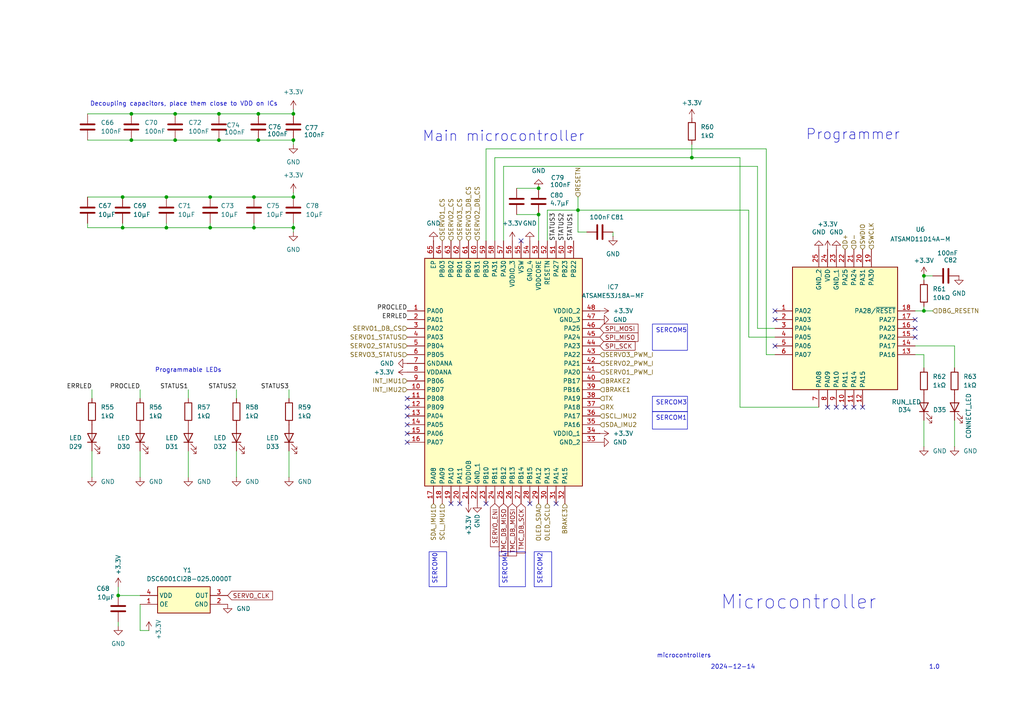
<source format=kicad_sch>
(kicad_sch (version 20231120) (generator "eeschema") (generator_version "8.0")
  (paper "A4")
  (lib_symbols
    (symbol "ATSAMD11D14A-MNT:ATSAMD11D14A-MNT"
      (property "Reference" "IC" (at 36.83 17.78 0))
      (property "Value" "ATSAMD11D14A-MNT" (at 36.83 15.24 0))
      (symbol "ATSAMD11D14A-MNT_1_1"
        (rectangle (start 5.08 12.7) (end 35.56 -22.86) (stroke (width 0.254)) (fill (type background)))
        (pin bidirectional line (at 0 0 0) (length 5.08) (name "PA02") (number "1"))
        (pin bidirectional line (at 20.32 -27.94 90) (length 5.08) (name "PA11") (number "10"))
        (pin bidirectional line (at 22.86 -27.94 90) (length 5.08) (name "PA14") (number "11"))
        (pin bidirectional line (at 25.4 -27.94 90) (length 5.08) (name "PA15") (number "12"))
        (pin bidirectional line (at 40.64 -12.7 180) (length 5.08) (name "PA16") (number "13"))
        (pin bidirectional line (at 40.64 -10.16 180) (length 5.08) (name "PA17") (number "14"))
        (pin bidirectional line (at 40.64 -7.62 180) (length 5.08) (name "PA22") (number "15"))
        (pin bidirectional line (at 40.64 -5.08 180) (length 5.08) (name "PA23") (number "16"))
        (pin bidirectional line (at 40.64 -2.54 180) (length 5.08) (name "PA27") (number "17"))
        (pin bidirectional line (at 40.64 0 180) (length 5.08) (name "PA28/~{RESET}") (number "18"))
        (pin bidirectional line (at 27.94 17.78 270) (length 5.08) (name "PA30") (number "19"))
        (pin bidirectional line (at 0 -2.54 0) (length 5.08) (name "PA03") (number "2"))
        (pin bidirectional line (at 25.4 17.78 270) (length 5.08) (name "PA31") (number "20"))
        (pin bidirectional line (at 22.86 17.78 270) (length 5.08) (name "PA24") (number "21"))
        (pin bidirectional line (at 20.32 17.78 270) (length 5.08) (name "PA25") (number "22"))
        (pin power_in line (at 17.78 17.78 270) (length 5.08) (name "GND_1") (number "23"))
        (pin bidirectional line (at 15.24 17.78 270) (length 5.08) (name "VDD") (number "24"))
        (pin power_in line (at 12.7 17.78 270) (length 5.08) (name "GND_2") (number "25"))
        (pin bidirectional line (at 0 -5.08 0) (length 5.08) (name "PA04") (number "3"))
        (pin bidirectional line (at 0 -7.62 0) (length 5.08) (name "PA05") (number "4"))
        (pin bidirectional line (at 0 -10.16 0) (length 5.08) (name "PA06") (number "5"))
        (pin bidirectional line (at 0 -12.7 0) (length 5.08) (name "PA07") (number "6"))
        (pin bidirectional line (at 12.7 -27.94 90) (length 5.08) (name "PA08") (number "7"))
        (pin bidirectional line (at 15.24 -27.94 90) (length 5.08) (name "PA09") (number "8"))
        (pin bidirectional line (at 17.78 -27.94 90) (length 5.08) (name "PA10") (number "9"))
      )
    )
    (symbol "ATSAME53J18A-MF:ATSAME53J18A-MF"
      (property "Reference" "IC" (at 52.07 20.32 0))
      (property "Value" "ATSAME53J18A-MF" (at 52.07 17.78 0))
      (symbol "ATSAME53J18A-MF_1_1"
        (rectangle (start 5.08 15.24) (end 50.8 -50.8) (stroke (width 0.254)) (fill (type background)))
        (pin passive line (at 0 0 0) (length 5.08) (name "PA00") (number "1"))
        (pin passive line (at 0 -22.86 0) (length 5.08) (name "PB07") (number "10"))
        (pin passive line (at 0 -25.4 0) (length 5.08) (name "PB08") (number "11"))
        (pin passive line (at 0 -27.94 0) (length 5.08) (name "PB09") (number "12"))
        (pin passive line (at 0 -30.48 0) (length 5.08) (name "PA04") (number "13"))
        (pin passive line (at 0 -33.02 0) (length 5.08) (name "PA05") (number "14"))
        (pin passive line (at 0 -35.56 0) (length 5.08) (name "PA06") (number "15"))
        (pin passive line (at 0 -38.1 0) (length 5.08) (name "PA07") (number "16"))
        (pin passive line (at 7.62 -55.88 90) (length 5.08) (name "PA08") (number "17"))
        (pin passive line (at 10.16 -55.88 90) (length 5.08) (name "PA09") (number "18"))
        (pin passive line (at 12.7 -55.88 90) (length 5.08) (name "PA10") (number "19"))
        (pin passive line (at 0 -2.54 0) (length 5.08) (name "PA01") (number "2"))
        (pin passive line (at 15.24 -55.88 90) (length 5.08) (name "PA11") (number "20"))
        (pin passive line (at 17.78 -55.88 90) (length 5.08) (name "VDDIOB") (number "21"))
        (pin passive line (at 20.32 -55.88 90) (length 5.08) (name "GND_1") (number "22"))
        (pin passive line (at 22.86 -55.88 90) (length 5.08) (name "PB10") (number "23"))
        (pin passive line (at 25.4 -55.88 90) (length 5.08) (name "PB11") (number "24"))
        (pin passive line (at 27.94 -55.88 90) (length 5.08) (name "PB12") (number "25"))
        (pin passive line (at 30.48 -55.88 90) (length 5.08) (name "PB13") (number "26"))
        (pin passive line (at 33.02 -55.88 90) (length 5.08) (name "PB14") (number "27"))
        (pin passive line (at 35.56 -55.88 90) (length 5.08) (name "PB15") (number "28"))
        (pin passive line (at 38.1 -55.88 90) (length 5.08) (name "PA12") (number "29"))
        (pin passive line (at 0 -5.08 0) (length 5.08) (name "PA02") (number "3"))
        (pin passive line (at 40.64 -55.88 90) (length 5.08) (name "PA13") (number "30"))
        (pin passive line (at 43.18 -55.88 90) (length 5.08) (name "PA14") (number "31"))
        (pin passive line (at 45.72 -55.88 90) (length 5.08) (name "PA15") (number "32"))
        (pin passive line (at 55.88 -38.1 180) (length 5.08) (name "GND_2") (number "33"))
        (pin passive line (at 55.88 -35.56 180) (length 5.08) (name "VDDIO_1") (number "34"))
        (pin passive line (at 55.88 -33.02 180) (length 5.08) (name "PA16") (number "35"))
        (pin passive line (at 55.88 -30.48 180) (length 5.08) (name "PA17") (number "36"))
        (pin passive line (at 55.88 -27.94 180) (length 5.08) (name "PA18") (number "37"))
        (pin passive line (at 55.88 -25.4 180) (length 5.08) (name "PA19") (number "38"))
        (pin passive line (at 55.88 -22.86 180) (length 5.08) (name "PB16") (number "39"))
        (pin passive line (at 0 -7.62 0) (length 5.08) (name "PA03") (number "4"))
        (pin passive line (at 55.88 -20.32 180) (length 5.08) (name "PB17") (number "40"))
        (pin passive line (at 55.88 -17.78 180) (length 5.08) (name "PA20") (number "41"))
        (pin passive line (at 55.88 -15.24 180) (length 5.08) (name "PA21") (number "42"))
        (pin passive line (at 55.88 -12.7 180) (length 5.08) (name "PA22") (number "43"))
        (pin passive line (at 55.88 -10.16 180) (length 5.08) (name "PA23") (number "44"))
        (pin passive line (at 55.88 -7.62 180) (length 5.08) (name "PA24") (number "45"))
        (pin passive line (at 55.88 -5.08 180) (length 5.08) (name "PA25") (number "46"))
        (pin passive line (at 55.88 -2.54 180) (length 5.08) (name "GND_3") (number "47"))
        (pin passive line (at 55.88 0 180) (length 5.08) (name "VDDIO_2") (number "48"))
        (pin passive line (at 48.26 20.32 270) (length 5.08) (name "PB22") (number "49"))
        (pin passive line (at 0 -10.16 0) (length 5.08) (name "PB04") (number "5"))
        (pin passive line (at 45.72 20.32 270) (length 5.08) (name "PB23") (number "50"))
        (pin passive line (at 43.18 20.32 270) (length 5.08) (name "PA27") (number "51"))
        (pin passive line (at 40.64 20.32 270) (length 5.08) (name "RESETN") (number "52"))
        (pin passive line (at 38.1 20.32 270) (length 5.08) (name "VDDCORE") (number "53"))
        (pin passive line (at 35.56 20.32 270) (length 5.08) (name "GND_4") (number "54"))
        (pin passive line (at 33.02 20.32 270) (length 5.08) (name "VSW") (number "55"))
        (pin passive line (at 30.48 20.32 270) (length 5.08) (name "VDDIO_3") (number "56"))
        (pin passive line (at 27.94 20.32 270) (length 5.08) (name "PA30") (number "57"))
        (pin passive line (at 25.4 20.32 270) (length 5.08) (name "PA31") (number "58"))
        (pin passive line (at 22.86 20.32 270) (length 5.08) (name "PB30") (number "59"))
        (pin passive line (at 0 -12.7 0) (length 5.08) (name "PB05") (number "6"))
        (pin passive line (at 20.32 20.32 270) (length 5.08) (name "PB31") (number "60"))
        (pin passive line (at 17.78 20.32 270) (length 5.08) (name "PB00") (number "61"))
        (pin passive line (at 15.24 20.32 270) (length 5.08) (name "PB01") (number "62"))
        (pin passive line (at 12.7 20.32 270) (length 5.08) (name "PB02") (number "63"))
        (pin passive line (at 10.16 20.32 270) (length 5.08) (name "PB03") (number "64"))
        (pin passive line (at 7.62 20.32 270) (length 5.08) (name "EP") (number "65"))
        (pin passive line (at 0 -15.24 0) (length 5.08) (name "GNDANA") (number "7"))
        (pin passive line (at 0 -17.78 0) (length 5.08) (name "VDDANA") (number "8"))
        (pin passive line (at 0 -20.32 0) (length 5.08) (name "PB06") (number "9"))
      )
    )
    (symbol "DSC6001CI2B-025_0000T:DSC6001CI2B-025.0000T"
      (property "Reference" "Y" (at 21.59 7.62 0))
      (property "Value" "DSC6001CI2B-025.0000T" (at 21.59 5.08 0))
      (symbol "DSC6001CI2B-025.0000T_1_1"
        (rectangle (start 5.08 2.54) (end 20.32 -5.08) (stroke (width 0.254)) (fill (type background)))
        (pin passive line (at 0 -2.54 0) (length 5.08) (name "OE") (number "1"))
        (pin passive line (at 25.4 -2.54 180) (length 5.08) (name "GND") (number "2"))
        (pin passive line (at 25.4 0 180) (length 5.08) (name "OUT") (number "3"))
        (pin passive line (at 0 0 0) (length 5.08) (name "VDD") (number "4"))
      )
    )
    (symbol "Device:C" (pin_numbers hide) (pin_names (offset 0.254))
      (property "Reference" "C" (at 0.635 2.54 0))
      (property "Value" "C" (at 0.635 -2.54 0))
      (symbol "C_0_1"
        (polyline (pts (xy -2.032 -0.762) (xy 2.032 -0.762)) (stroke (width 0.508)))
        (polyline (pts (xy -2.032 0.762) (xy 2.032 0.762)) (stroke (width 0.508)))
      )
      (symbol "C_1_1"
        (pin passive line (at 0 3.81 270) (length 2.794) (name "~") (number "1"))
        (pin passive line (at 0 -3.81 90) (length 2.794) (name "~") (number "2"))
      )
    )
    (symbol "Device:LED" (pin_numbers hide) (pin_names (offset 1.016) hide)
      (property "Reference" "D" (at 0 2.54 0))
      (property "Value" "LED" (at 0 -2.54 0))
      (symbol "LED_0_1"
        (polyline (pts (xy -1.27 -1.27) (xy -1.27 1.27)) (stroke (width 0.254)))
        (polyline (pts (xy -1.27 0) (xy 1.27 0)))
        (polyline (pts (xy 1.27 -1.27) (xy 1.27 1.27) (xy -1.27 0) (xy 1.27 -1.27)) (stroke (width 0.254)))
        (polyline (pts (xy -3.048 -0.762) (xy -4.572 -2.286) (xy -3.81 -2.286) (xy -4.572 -2.286) (xy -4.572 -1.524)))
        (polyline (pts (xy -1.778 -0.762) (xy -3.302 -2.286) (xy -2.54 -2.286) (xy -3.302 -2.286) (xy -3.302 -1.524)))
      )
      (symbol "LED_1_1"
        (pin passive line (at -3.81 0 0) (length 2.54) (name "K") (number "1"))
        (pin passive line (at 3.81 0 180) (length 2.54) (name "A") (number "2"))
      )
    )
    (symbol "Device:R" (pin_numbers hide) (pin_names (offset 0))
      (property "Reference" "R" (at 2.032 0 90))
      (property "Value" "R" (at 0 0 90))
      (symbol "R_0_1"
        (rectangle (start -1.016 -2.54) (end 1.016 2.54) (stroke (width 0.254)))
      )
      (symbol "R_1_1"
        (pin passive line (at 0 3.81 270) (length 1.27) (name "~") (number "1"))
        (pin passive line (at 0 -3.81 90) (length 1.27) (name "~") (number "2"))
      )
    )
    (symbol "power:+3.3V" (power) (pin_numbers hide) (pin_names (offset 0) hide)
      (property "Value" "+3.3V" (at 0 3.556 0))
      (symbol "+3.3V_0_1"
        (polyline (pts (xy -0.762 1.27) (xy 0 2.54)))
        (polyline (pts (xy 0 0) (xy 0 2.54)))
        (polyline (pts (xy 0 2.54) (xy 0.762 1.27)))
      )
      (symbol "+3.3V_1_1"
        (pin power_in line (at 0 0 90) (length 0) (name "~") (number "1"))
      )
    )
    (symbol "power:GND" (power) (pin_numbers hide) (pin_names (offset 0) hide)
      (property "Value" "GND" (at 0 -3.81 0))
      (symbol "GND_0_1"
        (polyline (pts (xy 0 0) (xy 0 -1.27) (xy 1.27 -1.27) (xy 0 -2.54) (xy -1.27 -1.27) (xy 0 -1.27)))
      )
      (symbol "GND_1_1"
        (pin power_in line (at 0 0 270) (length 0) (name "~") (number "1"))
      )
    )
  )
  (junction (at 60.96 57.15))
  (junction (at 38.1 33.02))
  (junction (at 74.93 33.02))
  (junction (at 73.66 57.15))
  (junction (at 35.56 57.15))
  (junction (at 60.96 66.04))
  (junction (at 167.64 60.96))
  (junction (at 200.66 45.72))
  (junction (at 35.56 66.04))
  (junction (at 267.97 80.01))
  (junction (at 50.8 33.02))
  (junction (at 85.09 57.15))
  (junction (at 38.1 40.64))
  (junction (at 156.21 54.61))
  (junction (at 74.93 40.64))
  (junction (at 50.8 40.64))
  (junction (at 63.5 33.02))
  (junction (at 34.29 172.72))
  (junction (at 48.26 66.04))
  (junction (at 73.66 66.04))
  (junction (at 267.97 90.17))
  (junction (at 85.09 66.04))
  (junction (at 85.09 40.64))
  (junction (at 63.5 40.64))
  (junction (at 85.09 33.02))
  (junction (at 48.26 57.15))
  (junction (at 156.21 62.23))
  (no_connect (at 161.29 146.05))
  (no_connect (at 247.65 118.11))
  (no_connect (at 140.97 146.05))
  (no_connect (at 245.11 118.11))
  (no_connect (at 118.11 120.65))
  (no_connect (at 118.11 125.73))
  (no_connect (at 151.13 69.85))
  (no_connect (at 224.79 100.33))
  (no_connect (at 133.35 146.05))
  (no_connect (at 224.79 90.17))
  (no_connect (at 118.11 128.27))
  (no_connect (at 265.43 95.25))
  (no_connect (at 240.03 118.11))
  (no_connect (at 153.67 146.05))
  (no_connect (at 265.43 92.71))
  (no_connect (at 265.43 97.79))
  (no_connect (at 118.11 118.11))
  (no_connect (at 130.81 146.05))
  (no_connect (at 118.11 115.57))
  (no_connect (at 118.11 123.19))
  (no_connect (at 242.57 118.11))
  (no_connect (at 250.19 118.11))
  (no_connect (at 224.79 92.71))
  (wire (pts (xy 26.67 113.03) (xy 26.67 115.57)))
  (wire (pts (xy 267.97 129.54) (xy 267.97 121.92)))
  (wire (pts (xy 200.66 45.72) (xy 214.63 45.72)))
  (wire (pts (xy 265.43 90.17) (xy 267.97 90.17)))
  (wire (pts (xy 270.51 90.17) (xy 267.97 90.17)))
  (wire (pts (xy 219.71 48.26) (xy 219.71 95.25)))
  (wire (pts (xy 40.64 113.03) (xy 40.64 115.57)))
  (wire (pts (xy 149.86 54.61) (xy 156.21 54.61)))
  (wire (pts (xy 214.63 45.72) (xy 214.63 118.11)))
  (wire (pts (xy 25.4 64.77) (xy 25.4 66.04)))
  (wire (pts (xy 222.25 102.87) (xy 224.79 102.87)))
  (wire (pts (xy 167.64 60.96) (xy 158.75 60.96)))
  (wire (pts (xy 200.66 41.91) (xy 200.66 45.72)))
  (wire (pts (xy 74.93 33.02) (xy 85.09 33.02)))
  (wire (pts (xy 48.26 64.77) (xy 48.26 66.04)))
  (wire (pts (xy 267.97 80.01) (xy 267.97 81.28)))
  (wire (pts (xy 276.86 129.54) (xy 276.86 121.92)))
  (wire (pts (xy 85.09 57.15) (xy 85.09 55.88)))
  (wire (pts (xy 276.86 100.33) (xy 265.43 100.33)))
  (wire (pts (xy 219.71 95.25) (xy 224.79 95.25)))
  (wire (pts (xy 267.97 102.87) (xy 267.97 106.68)))
  (wire (pts (xy 48.26 57.15) (xy 60.96 57.15)))
  (wire (pts (xy 60.96 64.77) (xy 60.96 66.04)))
  (wire (pts (xy 34.29 172.72) (xy 40.64 172.72)))
  (wire (pts (xy 63.5 33.02) (xy 74.93 33.02)))
  (wire (pts (xy 34.29 170.18) (xy 34.29 172.72)))
  (wire (pts (xy 48.26 66.04) (xy 60.96 66.04)))
  (wire (pts (xy 177.8 68.58) (xy 177.8 67.31)))
  (wire (pts (xy 54.61 113.03) (xy 54.61 115.57)))
  (wire (pts (xy 60.96 57.15) (xy 73.66 57.15)))
  (wire (pts (xy 38.1 33.02) (xy 50.8 33.02)))
  (wire (pts (xy 73.66 66.04) (xy 73.66 64.77)))
  (wire (pts (xy 38.1 40.64) (xy 50.8 40.64)))
  (wire (pts (xy 25.4 40.64) (xy 38.1 40.64)))
  (wire (pts (xy 85.09 64.77) (xy 85.09 66.04)))
  (wire (pts (xy 85.09 41.91) (xy 85.09 40.64)))
  (wire (pts (xy 143.51 69.85) (xy 143.51 45.72)))
  (wire (pts (xy 43.18 182.88) (xy 40.64 182.88)))
  (wire (pts (xy 217.17 97.79) (xy 217.17 60.96)))
  (wire (pts (xy 140.97 43.18) (xy 222.25 43.18)))
  (wire (pts (xy 74.93 40.64) (xy 85.09 40.64)))
  (wire (pts (xy 74.93 40.64) (xy 63.5 40.64)))
  (wire (pts (xy 73.66 66.04) (xy 85.09 66.04)))
  (wire (pts (xy 214.63 118.11) (xy 237.49 118.11)))
  (wire (pts (xy 265.43 102.87) (xy 267.97 102.87)))
  (wire (pts (xy 85.09 67.31) (xy 85.09 66.04)))
  (wire (pts (xy 83.82 113.03) (xy 83.82 115.57)))
  (wire (pts (xy 224.79 97.79) (xy 217.17 97.79)))
  (wire (pts (xy 85.09 33.02) (xy 85.09 31.75)))
  (wire (pts (xy 50.8 33.02) (xy 63.5 33.02)))
  (wire (pts (xy 73.66 57.15) (xy 85.09 57.15)))
  (wire (pts (xy 167.64 67.31) (xy 167.64 60.96)))
  (wire (pts (xy 35.56 64.77) (xy 35.56 66.04)))
  (wire (pts (xy 54.61 138.43) (xy 54.61 130.81)))
  (wire (pts (xy 167.64 67.31) (xy 170.18 67.31)))
  (wire (pts (xy 149.86 62.23) (xy 156.21 62.23)))
  (wire (pts (xy 158.75 60.96) (xy 158.75 69.85)))
  (wire (pts (xy 267.97 90.17) (xy 267.97 88.9)))
  (wire (pts (xy 267.97 80.01) (xy 270.51 80.01)))
  (wire (pts (xy 25.4 33.02) (xy 38.1 33.02)))
  (wire (pts (xy 140.97 69.85) (xy 140.97 43.18)))
  (wire (pts (xy 146.05 48.26) (xy 146.05 69.85)))
  (wire (pts (xy 40.64 182.88) (xy 40.64 175.26)))
  (wire (pts (xy 222.25 43.18) (xy 222.25 102.87)))
  (wire (pts (xy 35.56 57.15) (xy 48.26 57.15)))
  (wire (pts (xy 68.58 138.43) (xy 68.58 130.81)))
  (wire (pts (xy 50.8 40.64) (xy 63.5 40.64)))
  (wire (pts (xy 68.58 113.03) (xy 68.58 115.57)))
  (wire (pts (xy 217.17 60.96) (xy 167.64 60.96)))
  (wire (pts (xy 25.4 66.04) (xy 35.56 66.04)))
  (wire (pts (xy 276.86 106.68) (xy 276.86 100.33)))
  (wire (pts (xy 26.67 138.43) (xy 26.67 130.81)))
  (wire (pts (xy 156.21 62.23) (xy 156.21 69.85)))
  (wire (pts (xy 34.29 181.61) (xy 34.29 180.34)))
  (wire (pts (xy 60.96 66.04) (xy 73.66 66.04)))
  (wire (pts (xy 143.51 45.72) (xy 200.66 45.72)))
  (wire (pts (xy 40.64 138.43) (xy 40.64 130.81)))
  (wire (pts (xy 167.64 57.15) (xy 167.64 60.96)))
  (wire (pts (xy 25.4 57.15) (xy 35.56 57.15)))
  (wire (pts (xy 35.56 66.04) (xy 48.26 66.04)))
  (wire (pts (xy 83.82 138.43) (xy 83.82 130.81)))
  (wire (pts (xy 146.05 48.26) (xy 219.71 48.26)))
  (text_box "SERCOM0" (at 124.46 160.02 90) (size 5.08 10.16) (effects (font (size 1.27 1.27)) (justify left top)))
  (text_box "SERCOM4" (at 144.78 160.02 90) (size 7.62 10.16) (effects (font (size 1.27 1.27)) (justify left top)))
  (text_box "SERCOM5" (at 189.23 93.98 0) (size 10.16 7.62) (effects (font (size 1.27 1.27)) (justify left top)))
  (text_box "SERCOM1" (at 189.23 119.38 0) (size 10.16 5.08) (effects (font (size 1.27 1.27)) (justify left top)))
  (text_box "SERCOM2\n" (at 154.94 160.02 90) (size 5.08 10.16) (effects (font (size 1.27 1.27)) (justify left top)))
  (text_box "SERCOM3\n" (at 189.23 114.935 0) (size 10.16 4.445) (effects (font (size 1.27 1.27)) (justify left top)))
  (text "Main microcontroller" (at 146.05 39.624 0) (effects (font (size 3 3))))
  (text "1.0" (at 271.018 193.548 0) (effects (font (size 1.27 1.27))))
  (text "microcontrollers\n" (at 198.374 190.246 0) (effects (font (size 1.27 1.27))))
  (text "Programmable LEDs" (at 54.61 107.442 0) (effects (font (size 1.27 1.27))))
  (text "Microcontroller" (at 231.648 174.752 0) (effects (font (size 4 4))))
  (text "2024-12-14" (at 212.598 193.548 0) (effects (font (size 1.27 1.27))))
  (text "Programmer" (at 247.396 39.116 0) (effects (font (size 3 3))))
  (text "Decoupling capacitors, place them close to VDD on ICs" (at 53.34 30.226 0) (effects (font (size 1.27 1.27))))
  (label "STATUS2" (at 163.83 69.85 90))
  (label "PROCLED" (at 118.11 90.17 180))
  (label "PROCLED" (at 40.64 113.03 180))
  (label "STATUS2" (at 68.58 113.03 180))
  (label "ERRLED" (at 26.67 113.03 180))
  (label "ERRLED" (at 118.11 92.71 180))
  (label "STATUS1" (at 166.37 69.85 90))
  (label "STATUS3" (at 161.29 69.85 90))
  (label "STATUS3" (at 83.82 113.03 180))
  (label "STATUS1" (at 54.61 113.03 180))
  (global_label "SPI_MISO" (shape input) (at 173.99 97.79 0) (property "Intersheetrefs" "${INTERSHEET_REFS}" (effects (hide yes))))
  (global_label "SPI_SCK" (shape input) (at 173.99 100.33 0) (property "Intersheetrefs" "${INTERSHEET_REFS}" (effects (hide yes))))
  (global_label "TMC_DB_SCK" (shape input) (at 151.13 146.05 270) (property "Intersheetrefs" "${INTERSHEET_REFS}" (effects (hide yes))))
  (global_label "SPI_MOSI" (shape input) (at 173.99 95.25 0) (property "Intersheetrefs" "${INTERSHEET_REFS}" (effects (hide yes))))
  (global_label "TMC_DB_MISO" (shape input) (at 146.05 146.05 270) (property "Intersheetrefs" "${INTERSHEET_REFS}" (effects (hide yes))))
  (global_label "SERVO_CLK" (shape input) (at 66.04 172.72 0) (property "Intersheetrefs" "${INTERSHEET_REFS}" (effects (hide yes))))
  (global_label "SERVO_ENI" (shape input) (at 143.51 146.05 270) (property "Intersheetrefs" "${INTERSHEET_REFS}" (effects (hide yes))))
  (global_label "TMC_DB_MOSI" (shape input) (at 148.59 146.05 270) (property "Intersheetrefs" "${INTERSHEET_REFS}" (effects (hide yes))))
  (hierarchical_label "SERVO3_CS" (shape input) (at 133.35 69.85 90))
  (hierarchical_label "SDA_IMU1" (shape input) (at 125.73 146.05 270))
  (hierarchical_label "SERVO2_CS" (shape input) (at 130.81 69.85 90))
  (hierarchical_label "SERVO1_STATUS" (shape input) (at 118.11 97.79 180))
  (hierarchical_label "D+" (shape input) (at 245.11 72.39 90))
  (hierarchical_label "SERVO2_DB_CS" (shape input) (at 138.43 69.85 90))
  (hierarchical_label "BRAKE2" (shape input) (at 173.99 110.49 0))
  (hierarchical_label "RESETN" (shape input) (at 167.64 57.15 90))
  (hierarchical_label "RX" (shape input) (at 173.99 118.11 0))
  (hierarchical_label "TX" (shape input) (at 173.99 115.57 0))
  (hierarchical_label "DBG_RESETN" (shape input) (at 270.51 90.17 0))
  (hierarchical_label "BRAKE3" (shape input) (at 163.83 146.05 270))
  (hierarchical_label "SDA_IMU2" (shape input) (at 173.99 123.19 0))
  (hierarchical_label "SWDIO" (shape input) (at 250.19 72.39 90))
  (hierarchical_label "SERVO1_DB_CS" (shape input) (at 118.11 95.25 180))
  (hierarchical_label "SCL_IMU2" (shape input) (at 173.99 120.65 0))
  (hierarchical_label "SERVO2_STATUS" (shape input) (at 118.11 100.33 180))
  (hierarchical_label "BRAKE1" (shape input) (at 173.99 113.03 0))
  (hierarchical_label "SCL_IMU1" (shape input) (at 128.27 146.05 270))
  (hierarchical_label "SWCLK" (shape input) (at 252.73 72.39 90))
  (hierarchical_label "SERVO3_DB_CS" (shape input) (at 135.89 69.85 90))
  (hierarchical_label "SERVO2_PWM_I" (shape input) (at 173.99 105.41 0))
  (hierarchical_label "SERVO3_STATUS" (shape input) (at 118.11 102.87 180))
  (hierarchical_label "D-" (shape input) (at 247.65 72.39 90))
  (hierarchical_label "INT_IMU2" (shape input) (at 118.11 113.03 180))
  (hierarchical_label "OLED_SCL" (shape input) (at 158.75 146.05 270))
  (hierarchical_label "SERVO1_CS" (shape input) (at 128.27 69.85 90))
  (hierarchical_label "SERVO1_PWM_I" (shape input) (at 173.99 107.95 0))
  (hierarchical_label "SERVO3_PWM_I" (shape input) (at 173.99 102.87 0))
  (hierarchical_label "OLED_SDA" (shape input) (at 156.21 146.05 270))
  (hierarchical_label "INT_IMU1" (shape input) (at 118.11 110.49 180))
  (symbol (lib_id "Device:LED") (at 267.97 118.11 90) (unit 1)
    (property "Reference" "D34" (at 262.382 118.872 90))
    (property "Value" "RUN_LED" (at 262.89 116.586 90))
    (property "Footprint" "Diode_SMD:D_0603_1608Metric" (effects (hide yes)))
    (property "Description" "Light emitting diode" (effects (hide yes)))
  )
  (symbol (lib_id "power:GND") (at 34.29 181.61 0) (unit 1)
    (property "Reference" "#PWR0139" (effects (hide yes)))
    (property "Value" "GND" (at 34.29 186.69 0))
    (property "Description" "Power symbol creates a global label with name \"GND\" , ground" (effects (hide yes)))
  )
  (symbol (lib_id "Device:R") (at 68.58 119.38 180) (unit 1)
    (property "Reference" "R58" (at 71.12 118.1099 0) (effects (justify right)))
    (property "Value" "1kΩ" (at 71.12 120.6499 0) (effects (justify right)))
    (property "Footprint" "Resistor_SMD:R_0603_1608Metric" (effects (hide yes)))
    (property "Description" "Resistor" (effects (hide yes)))
  )
  (symbol (lib_id "power:+3.3V") (at 148.59 69.85 0) (unit 1)
    (property "Reference" "#PWR0155" (effects (hide yes)))
    (property "Value" "+3.3V" (at 148.59 64.77 0))
    (property "Description" "Power symbol creates a global label with name \"+3.3V\"" (effects (hide yes)))
  )
  (symbol (lib_id "power:GND") (at 173.99 92.71 90) (unit 1)
    (property "Reference" "#PWR0159" (effects (hide yes)))
    (property "Value" "GND" (at 177.8 92.7099 90) (effects (justify right)))
    (property "Description" "Power symbol creates a global label with name \"GND\" , ground" (effects (hide yes)))
  )
  (symbol (lib_id "power:GND") (at 85.09 41.91 0) (unit 1)
    (property "Reference" "#PWR0147" (effects (hide yes)))
    (property "Value" "GND" (at 85.09 46.99 0))
    (property "Description" "Power symbol creates a global label with name \"GND\" , ground" (effects (hide yes)))
  )
  (symbol (lib_id "Device:C") (at 60.96 60.96 0) (unit 1)
    (property "Reference" "C73" (at 64.008 59.69 0) (effects (justify left)))
    (property "Value" "10µF" (at 64.008 62.23 0) (effects (justify left)))
    (property "Footprint" "Capacitor_SMD:C_0603_1608Metric" (effects (hide yes)))
    (property "Description" "Unpolarized capacitor" (effects (hide yes)))
  )
  (symbol (lib_id "Device:C") (at 35.56 60.96 0) (unit 1)
    (property "Reference" "C69" (at 38.608 59.69 0) (effects (justify left)))
    (property "Value" "10µF" (at 38.608 62.23 0) (effects (justify left)))
    (property "Footprint" "Capacitor_SMD:C_0603_1608Metric" (effects (hide yes)))
    (property "Description" "Unpolarized capacitor" (effects (hide yes)))
  )
  (symbol (lib_id "Device:C") (at 74.93 36.83 0) (unit 1)
    (property "Reference" "C76" (at 77.724 36.83 0) (effects (justify left)))
    (property "Value" "100nF" (at 77.47 38.862 0) (effects (justify left)))
    (property "Footprint" "Capacitor_SMD:C_0603_1608Metric" (effects (hide yes)))
    (property "Description" "Unpolarized capacitor" (effects (hide yes)))
  )
  (symbol (lib_id "Device:LED") (at 68.58 127 90) (unit 1)
    (property "Reference" "D32" (at 63.8175 129.54 90))
    (property "Value" "LED" (at 63.8175 127 90))
    (property "Footprint" "Diode_SMD:D_0603_1608Metric" (effects (hide yes)))
    (property "Description" "Light emitting diode" (effects (hide yes)))
  )
  (symbol (lib_id "Device:LED") (at 54.61 127 90) (unit 1)
    (property "Reference" "D31" (at 49.8475 129.54 90))
    (property "Value" "LED" (at 49.8475 127 90))
    (property "Footprint" "Diode_SMD:D_0603_1608Metric" (effects (hide yes)))
    (property "Description" "Light emitting diode" (effects (hide yes)))
  )
  (symbol (lib_id "Device:C") (at 25.4 36.83 0) (unit 1)
    (property "Reference" "C66" (at 29.21 35.5599 0) (effects (justify left)))
    (property "Value" "100nF" (at 29.21 38.0999 0) (effects (justify left)))
    (property "Footprint" "Capacitor_SMD:C_0603_1608Metric" (effects (hide yes)))
    (property "Description" "Unpolarized capacitor" (effects (hide yes)))
  )
  (symbol (lib_id "Device:C") (at 50.8 36.83 0) (unit 1)
    (property "Reference" "C72" (at 54.61 35.5599 0) (effects (justify left)))
    (property "Value" "100nF" (at 54.61 38.0999 0) (effects (justify left)))
    (property "Footprint" "Capacitor_SMD:C_0603_1608Metric" (effects (hide yes)))
    (property "Description" "Unpolarized capacitor" (effects (hide yes)))
  )
  (symbol (lib_id "power:+3.3V") (at 173.99 90.17 270) (unit 1)
    (property "Reference" "#PWR0158" (effects (hide yes)))
    (property "Value" "+3.3V" (at 177.8 90.1699 90) (effects (justify left)))
    (property "Description" "Power symbol creates a global label with name \"+3.3V\"" (effects (hide yes)))
  )
  (symbol (lib_id "Device:C") (at 38.1 36.83 0) (unit 1)
    (property "Reference" "C70" (at 41.91 35.5599 0) (effects (justify left)))
    (property "Value" "100nF" (at 41.91 38.0999 0) (effects (justify left)))
    (property "Footprint" "Capacitor_SMD:C_0603_1608Metric" (effects (hide yes)))
    (property "Description" "Unpolarized capacitor" (effects (hide yes)))
  )
  (symbol (lib_id "Device:C") (at 85.09 36.83 0) (unit 1)
    (property "Reference" "C77" (at 88.392 37.084 0) (effects (justify left)))
    (property "Value" "100nF" (at 88.138 39.116 0) (effects (justify left)))
    (property "Footprint" "Capacitor_SMD:C_0603_1608Metric" (effects (hide yes)))
    (property "Description" "Unpolarized capacitor" (effects (hide yes)))
  )
  (symbol (lib_id "Device:C") (at 173.99 67.31 90) (unit 1)
    (property "Reference" "C81" (at 179.07 62.992 90))
    (property "Value" "100nF" (at 173.99 62.992 90))
    (property "Footprint" "Capacitor_SMD:C_0603_1608Metric" (effects (hide yes)))
    (property "Description" "Unpolarized capacitor" (effects (hide yes)))
  )
  (symbol (lib_id "Device:LED") (at 26.67 127 90) (unit 1)
    (property "Reference" "D29" (at 21.9075 129.54 90))
    (property "Value" "LED" (at 21.9075 127 90))
    (property "Footprint" "Diode_SMD:D_0603_1608Metric" (effects (hide yes)))
    (property "Description" "Light emitting diode" (effects (hide yes)))
  )
  (symbol (lib_id "Device:C") (at 63.5 36.83 0) (mirror y) (unit 1)
    (property "Reference" "C74" (at 69.596 36.322 0) (effects (justify left)))
    (property "Value" "100nF" (at 71.12 38.354 0) (effects (justify left)))
    (property "Footprint" "Capacitor_SMD:C_0603_1608Metric" (effects (hide yes)))
    (property "Description" "Unpolarized capacitor" (effects (hide yes)))
  )
  (symbol (lib_id "Device:C") (at 34.29 176.53 0) (unit 1)
    (property "Reference" "C68" (at 27.94 170.688 0) (effects (justify left)))
    (property "Value" "10µF" (at 28.194 173.228 0) (effects (justify left)))
    (property "Footprint" "Capacitor_SMD:C_0603_1608Metric" (effects (hide yes)))
    (property "Description" "Unpolarized capacitor" (effects (hide yes)))
  )
  (symbol (lib_id "power:GND") (at 267.97 129.54 0) (unit 1)
    (property "Reference" "#PWR0168" (effects (hide yes)))
    (property "Value" "GND" (at 270.51 130.8099 0) (effects (justify left)))
    (property "Description" "Power symbol creates a global label with name \"GND\" , ground" (effects (hide yes)))
  )
  (symbol (lib_id "Device:LED") (at 276.86 118.11 90) (unit 1)
    (property "Reference" "D35" (at 272.542 118.872 90))
    (property "Value" "CONNECT_LED" (at 280.924 120.65 0))
    (property "Footprint" "Diode_SMD:D_0603_1608Metric" (effects (hide yes)))
    (property "Description" "Light emitting diode" (effects (hide yes)))
  )
  (symbol (lib_id "power:+3.3V") (at 200.66 34.29 0) (unit 1)
    (property "Reference" "#PWR0163" (effects (hide yes)))
    (property "Value" "+3.3V" (at 200.66 29.845 0))
    (property "Description" "Power symbol creates a global label with name \"+3.3V\"" (effects (hide yes)))
  )
  (symbol (lib_id "Device:R") (at 54.61 119.38 180) (unit 1)
    (property "Reference" "R57" (at 57.15 118.1099 0) (effects (justify right)))
    (property "Value" "1kΩ" (at 57.15 120.6499 0) (effects (justify right)))
    (property "Footprint" "Resistor_SMD:R_0603_1608Metric" (effects (hide yes)))
    (property "Description" "Resistor" (effects (hide yes)))
  )
  (symbol (lib_id "power:+3.3V") (at 43.18 182.88 0) (unit 1)
    (property "Reference" "#PWR0141" (effects (hide yes)))
    (property "Value" "+3.3V" (at 45.974 182.626 90))
    (property "Description" "Power symbol creates a global label with name \"+3.3V\"" (effects (hide yes)))
  )
  (symbol (lib_id "Device:C") (at 156.21 58.42 0) (unit 1)
    (property "Reference" "C80" (at 159.512 56.642 0) (effects (justify left)))
    (property "Value" "4.7µF" (at 159.512 58.928 0) (effects (justify left)))
    (property "Footprint" "Capacitor_SMD:C_0603_1608Metric" (effects (hide yes)))
    (property "Description" "Unpolarized capacitor" (effects (hide yes)))
  )
  (symbol (lib_id "power:GND") (at 278.13 80.01 0) (unit 1)
    (property "Reference" "#PWR0170" (effects (hide yes)))
    (property "Value" "GND" (at 278.13 85.09 0))
    (property "Description" "Power symbol creates a global label with name \"GND\" , ground" (effects (hide yes)))
  )
  (symbol (lib_id "Device:R") (at 83.82 119.38 180) (unit 1)
    (property "Reference" "R59" (at 86.36 118.1099 0) (effects (justify right)))
    (property "Value" "1kΩ" (at 86.36 120.6499 0) (effects (justify right)))
    (property "Footprint" "Resistor_SMD:R_0603_1608Metric" (effects (hide yes)))
    (property "Description" "Resistor" (effects (hide yes)))
  )
  (symbol (lib_id "power:GND") (at 125.73 69.85 180) (unit 1)
    (property "Reference" "#PWR0152" (effects (hide yes)))
    (property "Value" "GND" (at 125.73 64.77 0))
    (property "Description" "Power symbol creates a global label with name \"GND\" , ground" (effects (hide yes)))
  )
  (symbol (lib_id "power:GND") (at 85.09 67.31 0) (unit 1)
    (property "Reference" "#PWR0149" (effects (hide yes)))
    (property "Value" "GND" (at 85.09 72.39 0))
    (property "Description" "Power symbol creates a global label with name \"GND\" , ground" (effects (hide yes)))
  )
  (symbol (lib_id "Device:C") (at 25.4 60.96 0) (unit 1)
    (property "Reference" "C67" (at 28.448 59.69 0) (effects (justify left)))
    (property "Value" "10µF" (at 28.448 62.23 0) (effects (justify left)))
    (property "Footprint" "Capacitor_SMD:C_0603_1608Metric" (effects (hide yes)))
    (property "Description" "Unpolarized capacitor" (effects (hide yes)))
  )
  (symbol (lib_id "power:GND") (at 26.67 138.43 0) (unit 1)
    (property "Reference" "#PWR0137" (effects (hide yes)))
    (property "Value" "GND" (at 29.21 139.6999 0) (effects (justify left)))
    (property "Description" "Power symbol creates a global label with name \"GND\" , ground" (effects (hide yes)))
  )
  (symbol (lib_id "Device:R") (at 200.66 38.1 180) (unit 1)
    (property "Reference" "R60" (at 203.2 36.8299 0) (effects (justify right)))
    (property "Value" "1kΩ" (at 203.2 39.3699 0) (effects (justify right)))
    (property "Footprint" "Resistor_SMD:R_0603_1608Metric" (effects (hide yes)))
    (property "Description" "Resistor" (effects (hide yes)))
  )
  (symbol (lib_id "power:+3.3V") (at 85.09 31.75 0) (unit 1)
    (property "Reference" "#PWR0146" (effects (hide yes)))
    (property "Value" "+3.3V" (at 85.09 26.67 0))
    (property "Description" "Power symbol creates a global label with name \"+3.3V\"" (effects (hide yes)))
  )
  (symbol (lib_id "power:GND") (at 156.21 54.61 180) (unit 1)
    (property "Reference" "#PWR0157" (effects (hide yes)))
    (property "Value" "GND" (at 156.21 49.53 0))
    (property "Description" "Power symbol creates a global label with name \"GND\" , ground" (effects (hide yes)))
  )
  (symbol (lib_id "Device:C") (at 48.26 60.96 0) (unit 1)
    (property "Reference" "C71" (at 51.562 59.69 0) (effects (justify left)))
    (property "Value" "10µF" (at 51.562 62.23 0) (effects (justify left)))
    (property "Footprint" "Capacitor_SMD:C_0603_1608Metric" (effects (hide yes)))
    (property "Description" "Unpolarized capacitor" (effects (hide yes)))
  )
  (symbol (lib_id "Device:R") (at 276.86 110.49 180) (unit 1)
    (property "Reference" "R63" (at 279.4 109.2199 0) (effects (justify right)))
    (property "Value" "1kΩ" (at 279.4 111.7599 0) (effects (justify right)))
    (property "Footprint" "Resistor_SMD:R_0603_1608Metric" (effects (hide yes)))
    (property "Description" "Resistor" (effects (hide yes)))
  )
  (symbol (lib_id "power:GND") (at 68.58 138.43 0) (unit 1)
    (property "Reference" "#PWR0144" (effects (hide yes)))
    (property "Value" "GND" (at 71.12 139.6999 0) (effects (justify left)))
    (property "Description" "Power symbol creates a global label with name \"GND\" , ground" (effects (hide yes)))
  )
  (symbol (lib_id "ATSAMD11D14A-MNT:ATSAMD11D14A-MNT") (at 224.79 90.17 0) (unit 1)
    (property "Reference" "U6" (at 266.954 66.548 0))
    (property "Value" "ATSAMD11D14A-M" (at 266.954 69.342 0))
    (property "Footprint" "kuben-footprints:QFN50P400X400X90-25N-D" (effects (hide yes)))
    (property "Datasheet" "http://ww1.microchip.com/downloads/en/devicedoc/atmel-42363-sam-d11_datasheet.pdf" (effects (hide yes)))
    (property "Description" "ARM Microcontrollers - MCU Cortex-M0+, 16KB FLASH,4KB SRAM, USB - 24 QFN,105C, GREEN,1.6-3.6V,48MHz,USB" (effects (hide yes)))
    (property "Height" "0.9" (effects (hide yes)))
    (property "Mouser Part Number" "556-ATSAMD11D14A-MNT" (effects (hide yes)))
    (property "Mouser Price/Stock" "https://www.mouser.co.uk/ProductDetail/Microchip-Technology/ATSAMD11D14A-MNT?qs=TUMPge1mmM4EmPH0BaBkuQ%3D%3D" (effects (hide yes)))
    (property "Manufacturer_Name" "Microchip" (effects (hide yes)))
    (property "Manufacturer_Part_Number" "ATSAMD11D14A-MNT" (effects (hide yes)))
  )
  (symbol (lib_id "power:GND") (at 237.49 72.39 180) (unit 1)
    (property "Reference" "#PWR0164" (effects (hide yes)))
    (property "Value" "GND" (at 237.49 67.31 0))
    (property "Description" "Power symbol creates a global label with name \"GND\" , ground" (effects (hide yes)))
  )
  (symbol (lib_id "Device:R") (at 26.67 119.38 180) (unit 1)
    (property "Reference" "R55" (at 29.21 118.1099 0) (effects (justify right)))
    (property "Value" "1kΩ" (at 29.21 120.6499 0) (effects (justify right)))
    (property "Footprint" "Resistor_SMD:R_0603_1608Metric" (effects (hide yes)))
    (property "Description" "Resistor" (effects (hide yes)))
  )
  (symbol (lib_id "Device:C") (at 85.09 60.96 0) (unit 1)
    (property "Reference" "C78" (at 88.646 59.69 0) (effects (justify left)))
    (property "Value" "10µF" (at 88.646 62.23 0) (effects (justify left)))
    (property "Footprint" "Capacitor_SMD:C_0603_1608Metric" (effects (hide yes)))
    (property "Description" "Unpolarized capacitor" (effects (hide yes)))
  )
  (symbol (lib_id "Device:R") (at 40.64 119.38 180) (unit 1)
    (property "Reference" "R56" (at 43.18 118.1099 0) (effects (justify right)))
    (property "Value" "1kΩ" (at 43.18 120.6499 0) (effects (justify right)))
    (property "Footprint" "Resistor_SMD:R_0603_1608Metric" (effects (hide yes)))
    (property "Description" "Resistor" (effects (hide yes)))
  )
  (symbol (lib_id "power:+3.3V") (at 85.09 55.88 0) (unit 1)
    (property "Reference" "#PWR0148" (effects (hide yes)))
    (property "Value" "+3.3V" (at 85.09 50.8 0))
    (property "Description" "Power symbol creates a global label with name \"+3.3V\"" (effects (hide yes)))
  )
  (symbol (lib_id "power:GND") (at 83.82 138.43 0) (unit 1)
    (property "Reference" "#PWR0145" (effects (hide yes)))
    (property "Value" "GND" (at 86.36 139.6999 0) (effects (justify left)))
    (property "Description" "Power symbol creates a global label with name \"GND\" , ground" (effects (hide yes)))
  )
  (symbol (lib_id "power:GND") (at 153.67 69.85 180) (unit 1)
    (property "Reference" "#PWR0156" (effects (hide yes)))
    (property "Value" "GND" (at 153.67 64.77 0))
    (property "Description" "Power symbol creates a global label with name \"GND\" , ground" (effects (hide yes)))
  )
  (symbol (lib_id "ATSAME53J18A-MF:ATSAME53J18A-MF") (at 118.11 90.17 0) (unit 1)
    (property "Reference" "IC7" (at 177.8 83.2355 0))
    (property "Value" "ATSAME53J18A-MF" (at 177.8 85.7755 0))
    (property "Footprint" "kuben-footprints:QFN50P900X900X100-65N-D" (effects (hide yes)))
    (property "Datasheet" "http://www.microchip.com/mymicrochip/filehandler.aspx?ddocname=en599585" (effects (hide yes)))
    (property "Description" "ARM Microcontrollers - MCU 120MHZ 256KB Flash 64 QFN PKG inTray 125CTemp" (effects (hide yes)))
    (property "Description_1" "ARM Microcontrollers - MCU 120MHZ 256KB Flash 64 QFN PKG inTray 125CTemp" (effects (hide yes)))
    (property "Height" "1" (effects (hide yes)))
    (property "Manufacturer_Name" "Microchip" (effects (hide yes)))
    (property "Manufacturer_Part_Number" "ATSAME53J18A-MF" (effects (hide yes)))
    (property "Mouser Part Number" "556-ATSAME53J18A-MF" (effects (hide yes)))
    (property "Mouser Price/Stock" "https://www.mouser.co.uk/ProductDetail/Microchip-Technology/ATSAME53J18A-MF?qs=y6ZabgHbY%252Bx%252BZfU%252BT4hn9g%3D%3D" (effects (hide yes)))
  )
  (symbol (lib_id "power:GND") (at 138.43 146.05 0) (unit 1)
    (property "Reference" "#PWR0154" (effects (hide yes)))
    (property "Value" "GND" (at 138.43 151.13 90))
    (property "Description" "Power symbol creates a global label with name \"GND\" , ground" (effects (hide yes)))
  )
  (symbol (lib_id "Device:C") (at 73.66 60.96 0) (unit 1)
    (property "Reference" "C75" (at 77.216 59.69 0) (effects (justify left)))
    (property "Value" "10µF" (at 77.216 62.23 0) (effects (justify left)))
    (property "Footprint" "Capacitor_SMD:C_0603_1608Metric" (effects (hide yes)))
    (property "Description" "Unpolarized capacitor" (effects (hide yes)))
  )
  (symbol (lib_id "Device:R") (at 267.97 85.09 180) (unit 1)
    (property "Reference" "R61" (at 270.51 83.8199 0) (effects (justify right)))
    (property "Value" "10kΩ" (at 270.51 86.3599 0) (effects (justify right)))
    (property "Footprint" "Resistor_SMD:R_0603_1608Metric" (effects (hide yes)))
    (property "Description" "Resistor" (effects (hide yes)))
  )
  (symbol (lib_id "Device:C") (at 274.32 80.01 90) (unit 1)
    (property "Reference" "C82" (at 277.622 75.438 90) (effects (justify left)))
    (property "Value" "100nF" (at 277.876 73.406 90) (effects (justify left)))
    (property "Footprint" "Capacitor_SMD:C_0603_1608Metric" (effects (hide yes)))
    (property "Description" "Unpolarized capacitor" (effects (hide yes)))
  )
  (symbol (lib_id "power:GND") (at 276.86 129.54 0) (unit 1)
    (property "Reference" "#PWR0169" (effects (hide yes)))
    (property "Value" "GND" (at 279.4 130.8099 0) (effects (justify left)))
    (property "Description" "Power symbol creates a global label with name \"GND\" , ground" (effects (hide yes)))
  )
  (symbol (lib_id "power:+3.3V") (at 267.97 80.01 0) (unit 1)
    (property "Reference" "#PWR0167" (effects (hide yes)))
    (property "Value" "+3.3V" (at 267.97 75.565 0))
    (property "Description" "Power symbol creates a global label with name \"+3.3V\"" (effects (hide yes)))
  )
  (symbol (lib_id "power:+3.3V") (at 34.29 170.18 0) (unit 1)
    (property "Reference" "#PWR0138" (effects (hide yes)))
    (property "Value" "+3.3V" (at 34.29 163.83 90))
    (property "Description" "Power symbol creates a global label with name \"+3.3V\"" (effects (hide yes)))
  )
  (symbol (lib_id "Device:C") (at 149.86 58.42 0) (unit 1)
    (property "Reference" "C79" (at 159.766 51.562 0) (effects (justify left)))
    (property "Value" "100nF" (at 159.512 53.594 0) (effects (justify left)))
    (property "Footprint" "Capacitor_SMD:C_0603_1608Metric" (effects (hide yes)))
    (property "Description" "Unpolarized capacitor" (effects (hide yes)))
  )
  (symbol (lib_id "power:+3.3V") (at 240.03 72.39 0) (unit 1)
    (property "Reference" "#PWR0165" (effects (hide yes)))
    (property "Value" "+3.3V" (at 240.03 65.024 0))
    (property "Description" "Power symbol creates a global label with name \"+3.3V\"" (effects (hide yes)))
  )
  (symbol (lib_id "Device:R") (at 267.97 110.49 180) (unit 1)
    (property "Reference" "R62" (at 270.51 109.2199 0) (effects (justify right)))
    (property "Value" "1kΩ" (at 270.51 111.7599 0) (effects (justify right)))
    (property "Footprint" "Resistor_SMD:R_0603_1608Metric" (effects (hide yes)))
    (property "Description" "Resistor" (effects (hide yes)))
  )
  (symbol (lib_id "Device:LED") (at 40.64 127 90) (unit 1)
    (property "Reference" "D30" (at 35.8775 129.54 90))
    (property "Value" "LED" (at 35.8775 127 90))
    (property "Footprint" "Diode_SMD:D_0603_1608Metric" (effects (hide yes)))
    (property "Description" "Light emitting diode" (effects (hide yes)))
  )
  (symbol (lib_id "power:GND") (at 40.64 138.43 0) (unit 1)
    (property "Reference" "#PWR0140" (effects (hide yes)))
    (property "Value" "GND" (at 43.18 139.6999 0) (effects (justify left)))
    (property "Description" "Power symbol creates a global label with name \"GND\" , ground" (effects (hide yes)))
  )
  (symbol (lib_id "power:+3.3V") (at 118.11 107.95 90) (unit 1)
    (property "Reference" "#PWR0151" (effects (hide yes)))
    (property "Value" "+3.3V" (at 114.3 107.9499 90) (effects (justify left)))
    (property "Description" "Power symbol creates a global label with name \"+3.3V\"" (effects (hide yes)))
  )
  (symbol (lib_id "power:GND") (at 177.8 68.58 0) (unit 1)
    (property "Reference" "#PWR0162" (effects (hide yes)))
    (property "Value" "GND" (at 177.8 73.66 0))
    (property "Description" "Power symbol creates a global label with name \"GND\" , ground" (effects (hide yes)))
  )
  (symbol (lib_id "Device:LED") (at 83.82 127 90) (unit 1)
    (property "Reference" "D33" (at 79.0575 129.54 90))
    (property "Value" "LED" (at 79.0575 127 90))
    (property "Footprint" "Diode_SMD:D_0603_1608Metric" (effects (hide yes)))
    (property "Description" "Light emitting diode" (effects (hide yes)))
  )
  (symbol (lib_id "power:GND") (at 54.61 138.43 0) (unit 1)
    (property "Reference" "#PWR0142" (effects (hide yes)))
    (property "Value" "GND" (at 57.15 139.6999 0) (effects (justify left)))
    (property "Description" "Power symbol creates a global label with name \"GND\" , ground" (effects (hide yes)))
  )
  (symbol (lib_id "power:GND") (at 66.04 175.26 0) (unit 1)
    (property "Reference" "#PWR0143" (effects (hide yes)))
    (property "Value" "GND" (at 68.58 176.5299 0) (effects (justify left)))
    (property "Description" "Power symbol creates a global label with name \"GND\" , ground" (effects (hide yes)))
  )
  (symbol (lib_id "power:+3.3V") (at 135.89 146.05 180) (unit 1)
    (property "Reference" "#PWR0153" (effects (hide yes)))
    (property "Value" "+3.3V" (at 135.89 152.4 90))
    (property "Description" "Power symbol creates a global label with name \"+3.3V\"" (effects (hide yes)))
  )
  (symbol (lib_id "DSC6001CI2B-025_0000T:DSC6001CI2B-025.0000T") (at 40.64 172.72 0) (unit 1)
    (property "Reference" "Y1" (at 54.356 165.354 0))
    (property "Value" "DSC6001CI2B-025.0000T" (at 54.864 167.894 0))
    (property "Footprint" "kuben-footprints:DSC6001CI2B0250000T" (effects (hide yes)))
    (property "Datasheet" "https://ww1.microchip.com/downloads/aemDocuments/documents/TCG/ProductDocuments/DataSheets/DSC60xxB-Ultra-Small-Ultra-Low-Power-MEMS-Oscillator-DS20006133.pdf" (effects (hide yes)))
    (property "Description" "Standard Clock Oscillators MEMS OSC, LVCMOS, 25MHz, 25PPM, 1.8-3.3V, -40 to 85C, 3.2 x 2.5mm" (effects (hide yes)))
    (property "Height" "0.9" (effects (hide yes)))
    (property "Mouser Part Number" "579-1CI2B-025.0000T" (effects (hide yes)))
    (property "Mouser Price/Stock" "https://www.mouser.co.uk/ProductDetail/Microchip-Technology/DSC6001CI2B-025.0000T?qs=jRuttqqUwMT3Lnl3VzC%2FgA%3D%3D" (effects (hide yes)))
    (property "Manufacturer_Name" "Microchip" (effects (hide yes)))
    (property "Manufacturer_Part_Number" "DSC6001CI2B-025.0000T" (effects (hide yes)))
  )
  (symbol (lib_id "power:GND") (at 118.11 105.41 270) (unit 1)
    (property "Reference" "#PWR0150" (effects (hide yes)))
    (property "Value" "GND" (at 114.3 105.4099 90) (effects (justify right)))
    (property "Description" "Power symbol creates a global label with name \"GND\" , ground" (effects (hide yes)))
  )
  (symbol (lib_id "power:GND") (at 242.57 72.39 180) (unit 1)
    (property "Reference" "#PWR0166" (effects (hide yes)))
    (property "Value" "GND" (at 242.57 67.31 0))
    (property "Description" "Power symbol creates a global label with name \"GND\" , ground" (effects (hide yes)))
  )
  (symbol (lib_id "power:GND") (at 173.99 128.27 90) (unit 1)
    (property "Reference" "#PWR0161" (effects (hide yes)))
    (property "Value" "GND" (at 177.8 128.2699 90) (effects (justify right)))
    (property "Description" "Power symbol creates a global label with name \"GND\" , ground" (effects (hide yes)))
  )
  (symbol (lib_id "power:+3.3V") (at 173.99 125.73 270) (unit 1)
    (property "Reference" "#PWR0160" (effects (hide yes)))
    (property "Value" "+3.3V" (at 177.8 125.7299 90) (effects (justify left)))
    (property "Description" "Power symbol creates a global label with name \"+3.3V\"" (effects (hide yes)))
  )
)
</source>
